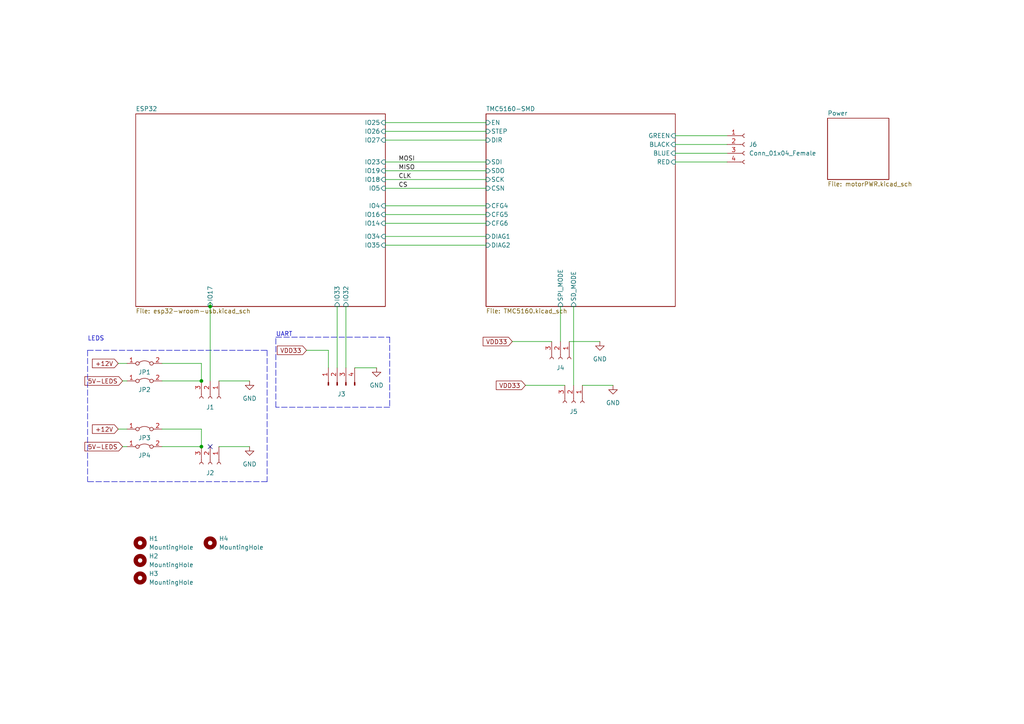
<source format=kicad_sch>
(kicad_sch (version 20211123) (generator eeschema)
  (paper "A4")
  (lib_symbols
    (symbol "Connector:Conn_01x03_Female" (pin_names (offset 1.016) hide)
      (property "Reference" "J" (at 0 5.08 0))
      (property "Value" "Conn_01x03_Female" (at 0 -5.08 0))
      (symbol "Conn_01x03_Female_1_1"
        (arc (start 0 -2.032) (mid -0.508 -2.54) (end 0 -3.048) (stroke (width 0.1524)))
        (polyline (pts (xy -1.27 -2.54) (xy -0.508 -2.54)) (stroke (width 0.1524)))
        (polyline (pts (xy -1.27 0) (xy -0.508 0)) (stroke (width 0.1524)))
        (polyline (pts (xy -1.27 2.54) (xy -0.508 2.54)) (stroke (width 0.1524)))
        (arc (start 0 0.508) (mid -0.508 0) (end 0 -0.508) (stroke (width 0.1524)))
        (arc (start 0 3.048) (mid -0.508 2.54) (end 0 2.032) (stroke (width 0.1524)))
        (pin passive line (at -5.08 2.54 0) (length 3.81) (name "Pin_1") (number "1"))
        (pin passive line (at -5.08 0 0) (length 3.81) (name "Pin_2") (number "2"))
        (pin passive line (at -5.08 -2.54 0) (length 3.81) (name "Pin_3") (number "3"))
      )
    )
    (symbol "Connector:Conn_01x04_Female" (pin_names (offset 1.016) hide)
      (property "Reference" "J" (at 0 5.08 0))
      (property "Value" "Conn_01x04_Female" (at 0 -7.62 0))
      (symbol "Conn_01x04_Female_1_1"
        (arc (start 0 -4.572) (mid -0.508 -5.08) (end 0 -5.588) (stroke (width 0.1524)))
        (arc (start 0 -2.032) (mid -0.508 -2.54) (end 0 -3.048) (stroke (width 0.1524)))
        (polyline (pts (xy -1.27 -5.08) (xy -0.508 -5.08)) (stroke (width 0.1524)))
        (polyline (pts (xy -1.27 -2.54) (xy -0.508 -2.54)) (stroke (width 0.1524)))
        (polyline (pts (xy -1.27 0) (xy -0.508 0)) (stroke (width 0.1524)))
        (polyline (pts (xy -1.27 2.54) (xy -0.508 2.54)) (stroke (width 0.1524)))
        (arc (start 0 0.508) (mid -0.508 0) (end 0 -0.508) (stroke (width 0.1524)))
        (arc (start 0 3.048) (mid -0.508 2.54) (end 0 2.032) (stroke (width 0.1524)))
        (pin passive line (at -5.08 2.54 0) (length 3.81) (name "Pin_1") (number "1"))
        (pin passive line (at -5.08 0 0) (length 3.81) (name "Pin_2") (number "2"))
        (pin passive line (at -5.08 -2.54 0) (length 3.81) (name "Pin_3") (number "3"))
        (pin passive line (at -5.08 -5.08 0) (length 3.81) (name "Pin_4") (number "4"))
      )
    )
    (symbol "Connector:Conn_01x04_Male" (pin_names (offset 1.016) hide)
      (property "Reference" "J" (at 0 5.08 0))
      (property "Value" "Conn_01x04_Male" (at 0 -7.62 0))
      (symbol "Conn_01x04_Male_1_1"
        (polyline (pts (xy 1.27 -5.08) (xy 0.8636 -5.08)) (stroke (width 0.1524)))
        (polyline (pts (xy 1.27 -2.54) (xy 0.8636 -2.54)) (stroke (width 0.1524)))
        (polyline (pts (xy 1.27 0) (xy 0.8636 0)) (stroke (width 0.1524)))
        (polyline (pts (xy 1.27 2.54) (xy 0.8636 2.54)) (stroke (width 0.1524)))
        (rectangle (start 0.8636 -4.953) (end 0 -5.207) (stroke (width 0.1524)) (fill (type outline)))
        (rectangle (start 0.8636 -2.413) (end 0 -2.667) (stroke (width 0.1524)) (fill (type outline)))
        (rectangle (start 0.8636 0.127) (end 0 -0.127) (stroke (width 0.1524)) (fill (type outline)))
        (rectangle (start 0.8636 2.667) (end 0 2.413) (stroke (width 0.1524)) (fill (type outline)))
        (pin passive line (at 5.08 2.54 180) (length 3.81) (name "Pin_1") (number "1"))
        (pin passive line (at 5.08 0 180) (length 3.81) (name "Pin_2") (number "2"))
        (pin passive line (at 5.08 -2.54 180) (length 3.81) (name "Pin_3") (number "3"))
        (pin passive line (at 5.08 -5.08 180) (length 3.81) (name "Pin_4") (number "4"))
      )
    )
    (symbol "Jumper:Jumper_2_Bridged" (pin_names (offset 0) hide)
      (property "Reference" "JP" (at 0 1.905 0))
      (property "Value" "Jumper_2_Bridged" (at 0 -2.54 0))
      (symbol "Jumper_2_Bridged_0_0"
        (circle (center -2.032 0) (radius 0.508))
        (circle (center 2.032 0) (radius 0.508))
      )
      (symbol "Jumper_2_Bridged_0_1"
        (arc (start 1.524 0.254) (mid 0 0.762) (end -1.524 0.254))
      )
      (symbol "Jumper_2_Bridged_1_1"
        (pin passive line (at -5.08 0 0) (length 2.54) (name "A") (number "1"))
        (pin passive line (at 5.08 0 180) (length 2.54) (name "B") (number "2"))
      )
    )
    (symbol "Mechanical:MountingHole" (pin_names (offset 1.016))
      (property "Reference" "H" (at 0 5.08 0))
      (property "Value" "MountingHole" (at 0 3.175 0))
      (symbol "MountingHole_0_1"
        (circle (center 0 0) (radius 1.27) (stroke (width 1.27)))
      )
    )
    (symbol "power:GND" (power) (pin_names (offset 0))
      (property "Value" "GND" (at 0 -3.81 0))
      (symbol "GND_0_1"
        (polyline (pts (xy 0 0) (xy 0 -1.27) (xy 1.27 -1.27) (xy 0 -2.54) (xy -1.27 -1.27) (xy 0 -1.27)))
      )
      (symbol "GND_1_1"
        (pin power_in line (at 0 0 270) (length 0) hide (name "GND") (number "1"))
      )
    )
  )
  (junction (at 58.42 129.54))
  (junction (at 58.42 110.49))
  (junction (at 60.96 88.9))
  (no_connect (at 60.96 129.54))
  (polyline (pts (xy 113.03 118.11) (xy 80.01 118.11)))
  (wire (pts (xy 102.87 106.68) (xy 109.22 106.68)))
  (polyline (pts (xy 25.4 101.6) (xy 77.47 101.6)))
  (wire (pts (xy 162.56 88.9) (xy 162.56 99.06)))
  (wire (pts (xy 88.9 101.6) (xy 95.25 101.6)))
  (wire (pts (xy 111.76 59.69) (xy 140.97 59.69)))
  (wire (pts (xy 46.99 124.46) (xy 58.42 124.46)))
  (wire (pts (xy 111.76 71.12) (xy 140.97 71.12)))
  (wire (pts (xy 46.99 105.41) (xy 58.42 105.41)))
  (wire (pts (xy 166.37 88.9) (xy 166.37 111.76)))
  (wire (pts (xy 111.76 46.99) (xy 140.97 46.99)))
  (wire (pts (xy 60.96 88.9) (xy 60.96 110.49)))
  (wire (pts (xy 152.4 111.76) (xy 163.83 111.76)))
  (wire (pts (xy 100.33 88.9) (xy 100.33 106.68)))
  (polyline (pts (xy 113.03 97.79) (xy 113.03 118.11)))
  (wire (pts (xy 35.56 129.54) (xy 36.83 129.54)))
  (wire (pts (xy 111.76 68.58) (xy 140.97 68.58)))
  (wire (pts (xy 111.76 35.56) (xy 140.97 35.56)))
  (wire (pts (xy 111.76 38.1) (xy 140.97 38.1)))
  (wire (pts (xy 58.42 105.41) (xy 58.42 110.49)))
  (wire (pts (xy 63.5 110.49) (xy 72.39 110.49)))
  (wire (pts (xy 195.8582 41.91) (xy 210.8852 41.91)))
  (wire (pts (xy 111.76 49.53) (xy 140.97 49.53)))
  (wire (pts (xy 34.29 105.41) (xy 36.83 105.41)))
  (wire (pts (xy 58.42 124.46) (xy 58.42 129.54)))
  (wire (pts (xy 165.1 99.06) (xy 173.99 99.06)))
  (wire (pts (xy 97.79 88.9) (xy 97.79 106.68)))
  (wire (pts (xy 111.76 62.23) (xy 140.97 62.23)))
  (wire (pts (xy 63.5 129.54) (xy 72.39 129.54)))
  (wire (pts (xy 111.76 64.77) (xy 140.97 64.77)))
  (wire (pts (xy 46.99 110.49) (xy 58.42 110.49)))
  (polyline (pts (xy 80.01 118.11) (xy 80.01 97.79)))
  (wire (pts (xy 46.99 129.54) (xy 58.42 129.54)))
  (wire (pts (xy 111.76 52.07) (xy 140.97 52.07)))
  (wire (pts (xy 195.8582 44.45) (xy 210.8852 44.45)))
  (wire (pts (xy 111.76 40.64) (xy 140.97 40.64)))
  (wire (pts (xy 148.59 99.06) (xy 160.02 99.06)))
  (wire (pts (xy 168.91 111.76) (xy 177.8 111.76)))
  (polyline (pts (xy 77.47 101.6) (xy 77.47 139.7)))
  (wire (pts (xy 35.56 110.49) (xy 36.83 110.49)))
  (wire (pts (xy 95.25 101.6) (xy 95.25 106.68)))
  (wire (pts (xy 195.8582 46.99) (xy 210.8852 46.99)))
  (polyline (pts (xy 80.01 97.79) (xy 113.03 97.79)))
  (wire (pts (xy 34.29 124.46) (xy 36.83 124.46)))
  (wire (pts (xy 195.8582 39.37) (xy 210.8852 39.37)))
  (wire (pts (xy 111.76 54.61) (xy 140.97 54.61)))
  (polyline (pts (xy 25.4 101.6) (xy 25.4 139.7)))
  (polyline (pts (xy 77.47 139.7) (xy 25.4 139.7)))
  (wire (pts (xy 60.96 87.63) (xy 60.96 88.9)))
  (text "LEDS" (at 25.4 99.06 0) (effects (font (size 1.27 1.27)) (justify left bottom)))
  (text "UART" (at 80.01 97.79 0) (effects (font (size 1.27 1.27)) (justify left bottom)))
  (label "CS" (at 115.57 54.61 0))
  (label "CLK" (at 115.57 52.07 0))
  (label "MISO" (at 115.57 49.53 0))
  (label "MOSI" (at 115.57 46.99 0))
  (global_label "+12V" (shape input) (at 34.29 105.41 180) (property "Intersheet References" "${INTERSHEET_REFS}" (effects hide)))
  (global_label "5V-LEDS" (shape input) (at 35.56 110.49 180) (property "Intersheet References" "${INTERSHEET_REFS}" (effects hide)))
  (global_label "VDD33" (shape input) (at 148.59 99.06 180) (property "Intersheet References" "${INTERSHEET_REFS}" (effects hide)))
  (global_label "+12V" (shape input) (at 34.29 124.46 180) (property "Intersheet References" "${INTERSHEET_REFS}" (effects hide)))
  (global_label "VDD33" (shape input) (at 88.9 101.6 180) (property "Intersheet References" "${INTERSHEET_REFS}" (effects hide)))
  (global_label "5V-LEDS" (shape input) (at 35.56 129.54 180) (property "Intersheet References" "${INTERSHEET_REFS}" (effects hide)))
  (global_label "VDD33" (shape input) (at 152.4 111.76 180) (property "Intersheet References" "${INTERSHEET_REFS}" (effects hide)))
  (symbol (lib_id "Connector:Conn_01x04_Male") (at 97.79 111.76 90) (unit 1)
    (property "Reference" "J3" (at 99.06 114.3 90))
    (property "Value" "Conn_01x04_Male" (effects hide))
    (property "Footprint" "Connector_PinHeader_2.54mm:PinHeader_1x04_P2.54mm_Vertical" (effects hide))
  )
  (symbol (lib_id "Connector:Conn_01x03_Female") (at 60.96 115.57 270) (unit 1)
    (property "Reference" "J1" (at 60.96 118.11 90))
    (property "Value" "Conn_01x03_Female" (effects hide))
    (property "Footprint" "Connector_PinHeader_2.54mm:PinHeader_1x03_P2.54mm_Vertical" (effects hide))
  )
  (symbol (lib_id "Jumper:Jumper_2_Bridged") (at 41.91 124.46 0) (unit 1)
    (property "Reference" "JP3" (at 41.91 127 0))
    (property "Value" "Jumper_2_Bridged" (effects hide))
    (property "Footprint" "Connector_PinHeader_2.54mm:PinHeader_1x02_P2.54mm_Vertical" (effects hide))
  )
  (symbol (lib_id "Jumper:Jumper_2_Bridged") (at 41.91 129.54 0) (unit 1)
    (property "Reference" "JP4" (at 41.91 132.08 0))
    (property "Value" "Jumper_2_Bridged" (effects hide))
    (property "Footprint" "Connector_PinHeader_2.54mm:PinHeader_1x02_P2.54mm_Vertical" (effects hide))
  )
  (symbol (lib_id "power:GND") (at 72.39 110.49 0) (unit 1)
    (property "Reference" "#PWR01" (effects hide))
    (property "Value" "GND" (at 72.39 115.57 0))
  )
  (symbol (lib_id "Connector:Conn_01x04_Female") (at 215.9652 41.91 0) (unit 1)
    (property "Reference" "J6" (at 217.2352 41.9099 0) (effects (justify left)))
    (property "Value" "Conn_01x04_Female" (at 217.2352 44.4499 0) (effects (justify left)))
    (property "Footprint" "Connector_Molex:Molex_Micro-Fit_3.0_43650-0410_1x04-1MP_P3.00mm_Horizontal" (effects hide))
  )
  (symbol (lib_id "power:GND") (at 177.8 111.76 0) (unit 1)
    (property "Reference" "#PWR05" (effects hide))
    (property "Value" "GND" (at 177.8 116.84 0))
  )
  (symbol (lib_id "Mechanical:MountingHole") (at 40.64 167.64 0) (unit 1)
    (property "Reference" "H3" (at 43.18 166.3699 0) (effects (justify left)))
    (property "Value" "MountingHole" (at 43.18 168.9099 0) (effects (justify left)))
    (property "Footprint" "MountingHole:MountingHole_4.3mm_M4_Pad_Via" (effects hide))
  )
  (symbol (lib_id "power:GND") (at 72.39 129.54 0) (unit 1)
    (property "Reference" "#PWR02" (effects hide))
    (property "Value" "GND" (at 72.39 134.62 0))
  )
  (symbol (lib_id "power:GND") (at 173.99 99.06 0) (unit 1)
    (property "Reference" "#PWR04" (effects hide))
    (property "Value" "GND" (at 173.99 104.14 0))
  )
  (symbol (lib_id "Connector:Conn_01x03_Female") (at 166.37 116.84 270) (unit 1)
    (property "Reference" "J5" (at 166.37 119.38 90))
    (property "Value" "Conn_01x03_Female" (effects hide))
    (property "Footprint" "Connector_PinHeader_2.54mm:PinHeader_1x03_P2.54mm_Vertical" (effects hide))
  )
  (symbol (lib_id "Mechanical:MountingHole") (at 40.64 162.56 0) (unit 1)
    (property "Reference" "H2" (at 43.18 161.2899 0) (effects (justify left)))
    (property "Value" "MountingHole" (at 43.18 163.8299 0) (effects (justify left)))
    (property "Footprint" "MountingHole:MountingHole_4.3mm_M4_Pad_Via" (effects hide))
  )
  (symbol (lib_id "Jumper:Jumper_2_Bridged") (at 41.91 110.49 0) (unit 1)
    (property "Reference" "JP2" (at 41.91 113.03 0))
    (property "Value" "Jumper_2_Bridged" (effects hide))
    (property "Footprint" "Connector_PinHeader_2.54mm:PinHeader_1x02_P2.54mm_Vertical" (effects hide))
  )
  (symbol (lib_id "Connector:Conn_01x03_Female") (at 60.96 134.62 270) (unit 1)
    (property "Reference" "J2" (at 60.96 137.16 90))
    (property "Value" "Conn_01x03_Female" (effects hide))
    (property "Footprint" "Connector_PinHeader_2.54mm:PinHeader_1x03_P2.54mm_Vertical" (effects hide))
  )
  (symbol (lib_id "Mechanical:MountingHole") (at 40.64 157.48 0) (unit 1)
    (property "Reference" "H1" (at 43.18 156.2099 0) (effects (justify left)))
    (property "Value" "MountingHole" (at 43.18 158.7499 0) (effects (justify left)))
    (property "Footprint" "MountingHole:MountingHole_4.3mm_M4_Pad_Via" (effects hide))
  )
  (symbol (lib_id "power:GND") (at 109.22 106.68 0) (unit 1)
    (property "Reference" "#PWR03" (effects hide))
    (property "Value" "GND" (at 109.22 111.76 0))
  )
  (symbol (lib_id "Mechanical:MountingHole") (at 60.96 157.48 0) (unit 1)
    (property "Reference" "H4" (at 63.5 156.2099 0) (effects (justify left)))
    (property "Value" "MountingHole" (at 63.5 158.7499 0) (effects (justify left)))
    (property "Footprint" "MountingHole:MountingHole_4.3mm_M4_Pad_Via" (effects hide))
  )
  (symbol (lib_id "Connector:Conn_01x03_Female") (at 162.56 104.14 270) (unit 1)
    (property "Reference" "J4" (at 162.56 106.68 90))
    (property "Value" "Conn_01x03_Female" (effects hide))
    (property "Footprint" "Connector_PinHeader_2.54mm:PinHeader_1x03_P2.54mm_Vertical" (effects hide))
  )
  (symbol (lib_id "Jumper:Jumper_2_Bridged") (at 41.91 105.41 0) (unit 1)
    (property "Reference" "JP1" (at 41.91 107.95 0))
    (property "Value" "Jumper_2_Bridged" (effects hide))
    (property "Footprint" "Connector_PinHeader_2.54mm:PinHeader_1x02_P2.54mm_Vertical" (effects hide))
  )
  (sheet (at 39.37 33.02) (size 72.39 55.88) (stroke (width 0.1524))
    (property "Sheet name" "ESP32" (at 39.37 32.3084 0) (effects (justify left bottom)))
    (property "Sheet file" "esp32-wroom-usb.kicad_sch" (at 39.37 89.4846 0) (effects (justify left top)))
    (pin "IO5" input (at 111.76 54.61 0))
    (pin "IO32" input (at 100.33 88.9 270))
    (pin "IO18" input (at 111.76 52.07 0))
    (pin "IO27" input (at 111.76 40.64 0))
    (pin "IO25" input (at 111.76 35.56 0))
    (pin "IO26" input (at 111.76 38.1 0))
    (pin "IO4" input (at 111.76 59.69 0))
    (pin "IO23" input (at 111.76 46.99 0))
    (pin "IO16" input (at 111.76 62.23 0))
    (pin "IO19" input (at 111.76 49.53 0))
    (pin "IO17" input (at 60.96 88.9 270))
    (pin "IO33" input (at 97.79 88.9 270))
    (pin "IO14" input (at 111.76 64.77 0))
    (pin "IO35" input (at 111.76 71.12 0))
    (pin "IO34" input (at 111.76 68.58 0))
  )
  (sheet (at 140.97 33.02) (size 54.8882 55.88) (stroke (width 0.1524))
    (property "Sheet name" "TMC5160-SMD" (at 140.97 32.3084 0) (effects (justify left bottom)))
    (property "Sheet file" "TMC5160.kicad_sch" (at 140.97 89.4846 0) (effects (justify left top)))
    (pin "RED" input (at 195.8582 46.99 0))
    (pin "BLUE" input (at 195.8582 44.45 0))
    (pin "GREEN" input (at 195.8582 39.37 0))
    (pin "BLACK" input (at 195.8582 41.91 0))
    (pin "EN" input (at 140.97 35.56 180))
    (pin "STEP" input (at 140.97 38.1 180))
    (pin "CFG6" input (at 140.97 64.77 180))
    (pin "SD_MODE" input (at 166.37 88.9 270))
    (pin "CFG5" input (at 140.97 62.23 180))
    (pin "CFG4" input (at 140.97 59.69 180))
    (pin "DIR" input (at 140.97 40.64 180))
    (pin "SPI_MODE" input (at 162.56 88.9 270))
    (pin "SDO" input (at 140.97 49.53 180))
    (pin "SDI" input (at 140.97 46.99 180))
    (pin "SCK" input (at 140.97 52.07 180))
    (pin "DIAG1" input (at 140.97 68.58 180))
    (pin "DIAG2" input (at 140.97 71.12 180))
    (pin "CSN" input (at 140.97 54.61 180))
  )
  (sheet (at 240.03 34.29) (size 17.78 17.78) (stroke (width 0.1524))
    (property "Sheet name" "Power" (at 240.03 33.5784 0) (effects (justify left bottom)))
    (property "Sheet file" "motorPWR.kicad_sch" (at 240.03 52.6546 0) (effects (justify left top)))
  )
)
</source>
